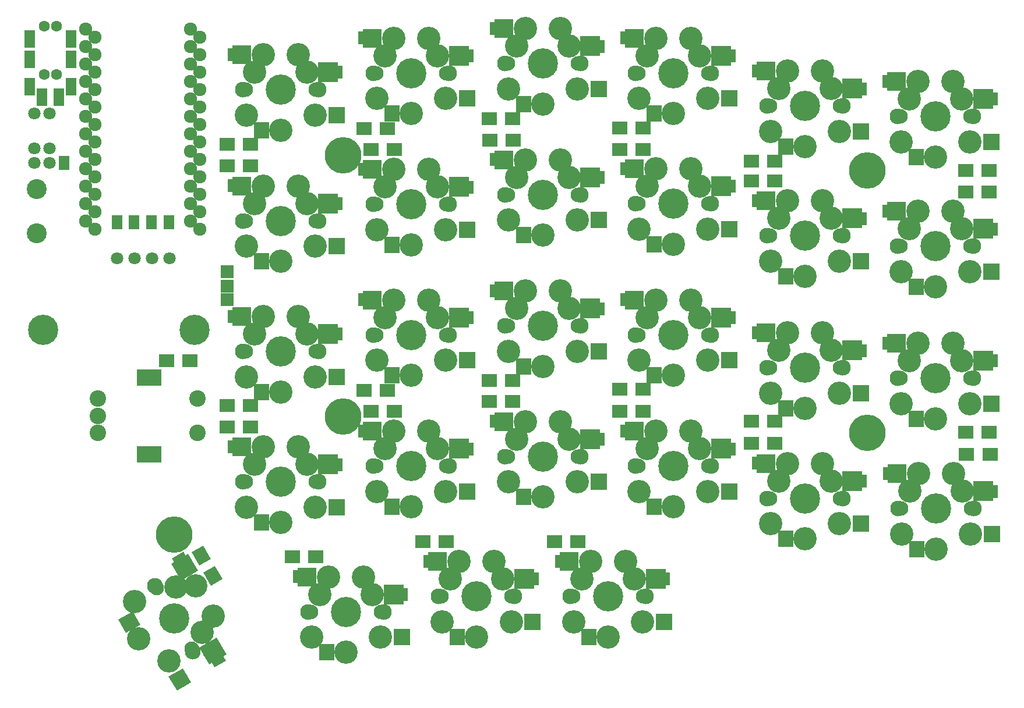
<source format=gts>
G04 #@! TF.GenerationSoftware,KiCad,Pcbnew,(5.1.4-0)*
G04 #@! TF.CreationDate,2019-08-20T18:08:48+02:00*
G04 #@! TF.ProjectId,Lily58_Pro,4c696c79-3538-45f5-9072-6f2e6b696361,rev?*
G04 #@! TF.SameCoordinates,Original*
G04 #@! TF.FileFunction,Soldermask,Top*
G04 #@! TF.FilePolarity,Negative*
%FSLAX46Y46*%
G04 Gerber Fmt 4.6, Leading zero omitted, Abs format (unit mm)*
G04 Created by KiCad (PCBNEW (5.1.4-0)) date 2019-08-20 18:08:48*
%MOMM*%
%LPD*%
G04 APERTURE LIST*
%ADD10C,1.600000*%
%ADD11R,1.600000X2.500000*%
%ADD12R,1.924000X1.924000*%
%ADD13C,1.100000*%
%ADD14C,0.100000*%
%ADD15C,3.400000*%
%ADD16C,2.800000*%
%ADD17C,2.900000*%
%ADD18C,0.500000*%
%ADD19C,2.200000*%
%ADD20C,2.400000*%
%ADD21C,4.400000*%
%ADD22C,2.300000*%
%ADD23C,2.100000*%
%ADD24R,1.100000X1.900000*%
%ADD25R,2.800000X2.800000*%
%ADD26R,2.900000X2.900000*%
%ADD27R,2.200000X2.400000*%
%ADD28R,2.400000X2.400000*%
%ADD29C,1.924000*%
%ADD30C,5.300000*%
%ADD31C,1.797000*%
%ADD32R,1.543000X1.035000*%
%ADD33R,0.781000X0.781000*%
%ADD34R,2.200000X1.900000*%
%ADD35C,1.900000*%
%ADD36R,3.600000X2.400000*%
G04 APERTURE END LIST*
D10*
X86150000Y-47800000D03*
X86150000Y-40800000D03*
D11*
X84050000Y-49600000D03*
X88250000Y-51100000D03*
X84050000Y-42600000D03*
X84050000Y-45600000D03*
D10*
X87900000Y-40800000D03*
X87900000Y-47800000D03*
D11*
X90000000Y-42600000D03*
X90000000Y-45600000D03*
X90000000Y-49600000D03*
X85800000Y-51100000D03*
D12*
X112700000Y-76500000D03*
X112700000Y-78600000D03*
X112700000Y-80600000D03*
D13*
X105816730Y-118214617D03*
D14*
G36*
X104719006Y-118213303D02*
G01*
X106364454Y-117263303D01*
X106914454Y-118215931D01*
X105269006Y-119165931D01*
X104719006Y-118213303D01*
X104719006Y-118213303D01*
G37*
D13*
X111415064Y-133111216D03*
D14*
G36*
X110317340Y-133109902D02*
G01*
X111962788Y-132159902D01*
X112512788Y-133112530D01*
X110867340Y-134062530D01*
X110317340Y-133109902D01*
X110317340Y-133109902D01*
G37*
D15*
X109104705Y-129029557D03*
D16*
X106549409Y-119523655D03*
D14*
G36*
X108461845Y-120036091D02*
G01*
X106036973Y-121436091D01*
X104636973Y-119011219D01*
X107061845Y-117611219D01*
X108461845Y-120036091D01*
X108461845Y-120036091D01*
G37*
D15*
X109104705Y-129029557D03*
X108129409Y-122260295D03*
D17*
X110649705Y-131705575D03*
D14*
G36*
X112630442Y-132236312D02*
G01*
X110118968Y-133686312D01*
X108668968Y-131174838D01*
X111180442Y-129724838D01*
X112630442Y-132236312D01*
X112630442Y-132236312D01*
G37*
D18*
X109146846Y-129022547D03*
D15*
X104295706Y-133180127D03*
D19*
X98490450Y-127525129D03*
D14*
G36*
X100079680Y-127877757D02*
G01*
X98001220Y-129077757D01*
X96901220Y-127172501D01*
X98979680Y-125972501D01*
X100079680Y-127877757D01*
X100079680Y-127877757D01*
G37*
D20*
X105845706Y-135864806D03*
D14*
G36*
X107484936Y-136304036D02*
G01*
X105406476Y-137504036D01*
X104206476Y-135425576D01*
X106284936Y-134225576D01*
X107484936Y-136304036D01*
X107484936Y-136304036D01*
G37*
D15*
X99295706Y-124519873D03*
X99890450Y-129950000D03*
D18*
X105321846Y-122397453D03*
D15*
X110669409Y-126659705D03*
D21*
X105000000Y-127000000D03*
D22*
X102250000Y-122236860D03*
X107750000Y-131763140D03*
D23*
X107540000Y-131399409D03*
X102460000Y-122600591D03*
D15*
X105294705Y-122430443D03*
D24*
X160900000Y-118650000D03*
X176600000Y-121250000D03*
D15*
X171910000Y-121210000D03*
D25*
X162400000Y-118670000D03*
D15*
X171910000Y-121210000D03*
X165560000Y-118670000D03*
D26*
X175000000Y-121209999D03*
D18*
X171925000Y-121170000D03*
D15*
X173100000Y-127450000D03*
D27*
X165300000Y-129650000D03*
D28*
X176200000Y-127450000D03*
D15*
X163100000Y-127450000D03*
X168100000Y-129650000D03*
D18*
X164275000Y-121170000D03*
D15*
X170640000Y-118670000D03*
D21*
X168100000Y-123750000D03*
D22*
X162600000Y-123750000D03*
X173600000Y-123750000D03*
D23*
X173180000Y-123750000D03*
X163020000Y-123750000D03*
D15*
X164290000Y-121209999D03*
D24*
X141800000Y-118650000D03*
X157500000Y-121250000D03*
D15*
X152810000Y-121210000D03*
D25*
X143300000Y-118670000D03*
D15*
X152810000Y-121210000D03*
X146460000Y-118670000D03*
D26*
X155900000Y-121209999D03*
D18*
X152825000Y-121170000D03*
D15*
X154000000Y-127450000D03*
D27*
X146200000Y-129650000D03*
D28*
X157100000Y-127450000D03*
D15*
X144000000Y-127450000D03*
X149000000Y-129650000D03*
D18*
X145175000Y-121170000D03*
D15*
X151540000Y-118670000D03*
D21*
X149000000Y-123750000D03*
D22*
X143500000Y-123750000D03*
X154500000Y-123750000D03*
D23*
X154080000Y-123750000D03*
X143920000Y-123750000D03*
D15*
X145190000Y-121209999D03*
D24*
X122800000Y-120900000D03*
X138500000Y-123500000D03*
D15*
X133810000Y-123460000D03*
D25*
X124300000Y-120920000D03*
D15*
X133810000Y-123460000D03*
X127460000Y-120920000D03*
D26*
X136900000Y-123459999D03*
D18*
X133825000Y-123420000D03*
D15*
X135000000Y-129700000D03*
D27*
X127200000Y-131900000D03*
D28*
X138100000Y-129700000D03*
D15*
X125000000Y-129700000D03*
X130000000Y-131900000D03*
D18*
X126175000Y-123420000D03*
D15*
X132540000Y-120920000D03*
D21*
X130000000Y-126000000D03*
D22*
X124500000Y-126000000D03*
X135500000Y-126000000D03*
D23*
X135080000Y-126000000D03*
X124920000Y-126000000D03*
D15*
X126190000Y-123459999D03*
D24*
X208550000Y-105900000D03*
X224250000Y-108500000D03*
D15*
X219560000Y-108460000D03*
D25*
X210050000Y-105920000D03*
D15*
X219560000Y-108460000D03*
X213210000Y-105920000D03*
D26*
X222650000Y-108459999D03*
D18*
X219575000Y-108420000D03*
D15*
X220750000Y-114700000D03*
D27*
X212950000Y-116900000D03*
D28*
X223850000Y-114700000D03*
D15*
X210750000Y-114700000D03*
X215750000Y-116900000D03*
D18*
X211925000Y-108420000D03*
D15*
X218290000Y-105920000D03*
D21*
X215750000Y-111000000D03*
D22*
X210250000Y-111000000D03*
X221250000Y-111000000D03*
D23*
X220830000Y-111000000D03*
X210670000Y-111000000D03*
D15*
X211940000Y-108459999D03*
D24*
X189500000Y-104400000D03*
X205200000Y-107000000D03*
D15*
X200510000Y-106960000D03*
D25*
X191000000Y-104420000D03*
D15*
X200510000Y-106960000D03*
X194160000Y-104420000D03*
D26*
X203600000Y-106959999D03*
D18*
X200525000Y-106920000D03*
D15*
X201700000Y-113200000D03*
D27*
X193900000Y-115400000D03*
D28*
X204800000Y-113200000D03*
D15*
X191700000Y-113200000D03*
X196700000Y-115400000D03*
D18*
X192875000Y-106920000D03*
D15*
X199240000Y-104420000D03*
D21*
X196700000Y-109500000D03*
D22*
X191200000Y-109500000D03*
X202200000Y-109500000D03*
D23*
X201780000Y-109500000D03*
X191620000Y-109500000D03*
D15*
X192890000Y-106959999D03*
D24*
X170400000Y-99700000D03*
X186100000Y-102300000D03*
D15*
X181410000Y-102260000D03*
D25*
X171900000Y-99720000D03*
D15*
X181410000Y-102260000D03*
X175060000Y-99720000D03*
D26*
X184500000Y-102259999D03*
D18*
X181425000Y-102220000D03*
D15*
X182600000Y-108500000D03*
D27*
X174800000Y-110700000D03*
D28*
X185700000Y-108500000D03*
D15*
X172600000Y-108500000D03*
X177600000Y-110700000D03*
D18*
X173775000Y-102220000D03*
D15*
X180140000Y-99720000D03*
D21*
X177600000Y-104800000D03*
D22*
X172100000Y-104800000D03*
X183100000Y-104800000D03*
D23*
X182680000Y-104800000D03*
X172520000Y-104800000D03*
D15*
X173790000Y-102259999D03*
D24*
X151400000Y-98300000D03*
X167100000Y-100900000D03*
D15*
X162410000Y-100860000D03*
D25*
X152900000Y-98320000D03*
D15*
X162410000Y-100860000D03*
X156060000Y-98320000D03*
D26*
X165500000Y-100859999D03*
D18*
X162425000Y-100820000D03*
D15*
X163600000Y-107100000D03*
D27*
X155800000Y-109300000D03*
D28*
X166700000Y-107100000D03*
D15*
X153600000Y-107100000D03*
X158600000Y-109300000D03*
D18*
X154775000Y-100820000D03*
D15*
X161140000Y-98320000D03*
D21*
X158600000Y-103400000D03*
D22*
X153100000Y-103400000D03*
X164100000Y-103400000D03*
D23*
X163680000Y-103400000D03*
X153520000Y-103400000D03*
D15*
X154790000Y-100859999D03*
D24*
X132300000Y-99700000D03*
X148000000Y-102300000D03*
D15*
X143310000Y-102260000D03*
D25*
X133800000Y-99720000D03*
D15*
X143310000Y-102260000D03*
X136960000Y-99720000D03*
D26*
X146400000Y-102259999D03*
D18*
X143325000Y-102220000D03*
D15*
X144500000Y-108500000D03*
D27*
X136700000Y-110700000D03*
D28*
X147600000Y-108500000D03*
D15*
X134500000Y-108500000D03*
X139500000Y-110700000D03*
D18*
X135675000Y-102220000D03*
D15*
X142040000Y-99720000D03*
D21*
X139500000Y-104800000D03*
D22*
X134000000Y-104800000D03*
X145000000Y-104800000D03*
D23*
X144580000Y-104800000D03*
X134420000Y-104800000D03*
D15*
X135690000Y-102259999D03*
D24*
X113300000Y-102000000D03*
X129000000Y-104600000D03*
D15*
X124310000Y-104560000D03*
D25*
X114800000Y-102020000D03*
D15*
X124310000Y-104560000D03*
X117960000Y-102020000D03*
D26*
X127400000Y-104559999D03*
D18*
X124325000Y-104520000D03*
D15*
X125500000Y-110800000D03*
D27*
X117700000Y-113000000D03*
D28*
X128600000Y-110800000D03*
D15*
X115500000Y-110800000D03*
X120500000Y-113000000D03*
D18*
X116675000Y-104520000D03*
D15*
X123040000Y-102020000D03*
D21*
X120500000Y-107100000D03*
D22*
X115000000Y-107100000D03*
X126000000Y-107100000D03*
D23*
X125580000Y-107100000D03*
X115420000Y-107100000D03*
D15*
X116690000Y-104559999D03*
D24*
X208500000Y-86900000D03*
X224200000Y-89500000D03*
D15*
X219510000Y-89460000D03*
D25*
X210000000Y-86920000D03*
D15*
X219510000Y-89460000D03*
X213160000Y-86920000D03*
D26*
X222600000Y-89459999D03*
D18*
X219525000Y-89420000D03*
D15*
X220700000Y-95700000D03*
D27*
X212900000Y-97900000D03*
D28*
X223800000Y-95700000D03*
D15*
X210700000Y-95700000D03*
X215700000Y-97900000D03*
D18*
X211875000Y-89420000D03*
D15*
X218240000Y-86920000D03*
D21*
X215700000Y-92000000D03*
D22*
X210200000Y-92000000D03*
X221200000Y-92000000D03*
D23*
X220780000Y-92000000D03*
X210620000Y-92000000D03*
D15*
X211890000Y-89459999D03*
D24*
X189500000Y-85400000D03*
X205200000Y-88000000D03*
D15*
X200510000Y-87960000D03*
D25*
X191000000Y-85420000D03*
D15*
X200510000Y-87960000D03*
X194160000Y-85420000D03*
D26*
X203600000Y-87959999D03*
D18*
X200525000Y-87920000D03*
D15*
X201700000Y-94200000D03*
D27*
X193900000Y-96400000D03*
D28*
X204800000Y-94200000D03*
D15*
X191700000Y-94200000D03*
X196700000Y-96400000D03*
D18*
X192875000Y-87920000D03*
D15*
X199240000Y-85420000D03*
D21*
X196700000Y-90500000D03*
D22*
X191200000Y-90500000D03*
X202200000Y-90500000D03*
D23*
X201780000Y-90500000D03*
X191620000Y-90500000D03*
D15*
X192890000Y-87959999D03*
D24*
X170400000Y-80600000D03*
X186100000Y-83200000D03*
D15*
X181410000Y-83160000D03*
D25*
X171900000Y-80620000D03*
D15*
X181410000Y-83160000D03*
X175060000Y-80620000D03*
D26*
X184500000Y-83159999D03*
D18*
X181425000Y-83120000D03*
D15*
X182600000Y-89400000D03*
D27*
X174800000Y-91600000D03*
D28*
X185700000Y-89400000D03*
D15*
X172600000Y-89400000D03*
X177600000Y-91600000D03*
D18*
X173775000Y-83120000D03*
D15*
X180140000Y-80620000D03*
D21*
X177600000Y-85700000D03*
D22*
X172100000Y-85700000D03*
X183100000Y-85700000D03*
D23*
X182680000Y-85700000D03*
X172520000Y-85700000D03*
D15*
X173790000Y-83159999D03*
D24*
X151400000Y-79300000D03*
X167100000Y-81900000D03*
D15*
X162410000Y-81860000D03*
D25*
X152900000Y-79320000D03*
D15*
X162410000Y-81860000D03*
X156060000Y-79320000D03*
D26*
X165500000Y-81859999D03*
D18*
X162425000Y-81820000D03*
D15*
X163600000Y-88100000D03*
D27*
X155800000Y-90300000D03*
D28*
X166700000Y-88100000D03*
D15*
X153600000Y-88100000D03*
X158600000Y-90300000D03*
D18*
X154775000Y-81820000D03*
D15*
X161140000Y-79320000D03*
D21*
X158600000Y-84400000D03*
D22*
X153100000Y-84400000D03*
X164100000Y-84400000D03*
D23*
X163680000Y-84400000D03*
X153520000Y-84400000D03*
D15*
X154790000Y-81859999D03*
D24*
X132300000Y-80600000D03*
X148000000Y-83200000D03*
D15*
X143310000Y-83160000D03*
D25*
X133800000Y-80620000D03*
D15*
X143310000Y-83160000D03*
X136960000Y-80620000D03*
D26*
X146400000Y-83159999D03*
D18*
X143325000Y-83120000D03*
D15*
X144500000Y-89400000D03*
D27*
X136700000Y-91600000D03*
D28*
X147600000Y-89400000D03*
D15*
X134500000Y-89400000D03*
X139500000Y-91600000D03*
D18*
X135675000Y-83120000D03*
D15*
X142040000Y-80620000D03*
D21*
X139500000Y-85700000D03*
D22*
X134000000Y-85700000D03*
X145000000Y-85700000D03*
D23*
X144580000Y-85700000D03*
X134420000Y-85700000D03*
D15*
X135690000Y-83159999D03*
D24*
X113300000Y-83000000D03*
X129000000Y-85600000D03*
D15*
X124310000Y-85560000D03*
D25*
X114800000Y-83020000D03*
D15*
X124310000Y-85560000D03*
X117960000Y-83020000D03*
D26*
X127400000Y-85559999D03*
D18*
X124325000Y-85520000D03*
D15*
X125500000Y-91800000D03*
D27*
X117700000Y-94000000D03*
D28*
X128600000Y-91800000D03*
D15*
X115500000Y-91800000D03*
X120500000Y-94000000D03*
D18*
X116675000Y-85520000D03*
D15*
X123040000Y-83020000D03*
D21*
X120500000Y-88100000D03*
D22*
X115000000Y-88100000D03*
X126000000Y-88100000D03*
D23*
X125580000Y-88100000D03*
X115420000Y-88100000D03*
D15*
X116690000Y-85559999D03*
D24*
X208500000Y-67700000D03*
X224200000Y-70300000D03*
D15*
X219510000Y-70260000D03*
D25*
X210000000Y-67720000D03*
D15*
X219510000Y-70260000D03*
X213160000Y-67720000D03*
D26*
X222600000Y-70259999D03*
D18*
X219525000Y-70220000D03*
D15*
X220700000Y-76500000D03*
D27*
X212900000Y-78700000D03*
D28*
X223800000Y-76500000D03*
D15*
X210700000Y-76500000D03*
X215700000Y-78700000D03*
D18*
X211875000Y-70220000D03*
D15*
X218240000Y-67720000D03*
D21*
X215700000Y-72800000D03*
D22*
X210200000Y-72800000D03*
X221200000Y-72800000D03*
D23*
X220780000Y-72800000D03*
X210620000Y-72800000D03*
D15*
X211890000Y-70259999D03*
D24*
X189500000Y-66200000D03*
X205200000Y-68800000D03*
D15*
X200510000Y-68760000D03*
D25*
X191000000Y-66220000D03*
D15*
X200510000Y-68760000D03*
X194160000Y-66220000D03*
D26*
X203600000Y-68759999D03*
D18*
X200525000Y-68720000D03*
D15*
X201700000Y-75000000D03*
D27*
X193900000Y-77200000D03*
D28*
X204800000Y-75000000D03*
D15*
X191700000Y-75000000D03*
X196700000Y-77200000D03*
D18*
X192875000Y-68720000D03*
D15*
X199240000Y-66220000D03*
D21*
X196700000Y-71300000D03*
D22*
X191200000Y-71300000D03*
X202200000Y-71300000D03*
D23*
X201780000Y-71300000D03*
X191620000Y-71300000D03*
D15*
X192890000Y-68759999D03*
D24*
X170400000Y-61500000D03*
X186100000Y-64100000D03*
D15*
X181410000Y-64060000D03*
D25*
X171900000Y-61520000D03*
D15*
X181410000Y-64060000D03*
X175060000Y-61520000D03*
D26*
X184500000Y-64059999D03*
D18*
X181425000Y-64020000D03*
D15*
X182600000Y-70300000D03*
D27*
X174800000Y-72500000D03*
D28*
X185700000Y-70300000D03*
D15*
X172600000Y-70300000D03*
X177600000Y-72500000D03*
D18*
X173775000Y-64020000D03*
D15*
X180140000Y-61520000D03*
D21*
X177600000Y-66600000D03*
D22*
X172100000Y-66600000D03*
X183100000Y-66600000D03*
D23*
X182680000Y-66600000D03*
X172520000Y-66600000D03*
D15*
X173790000Y-64059999D03*
D24*
X151400000Y-60200000D03*
X167100000Y-62800000D03*
D15*
X162410000Y-62760000D03*
D25*
X152900000Y-60220000D03*
D15*
X162410000Y-62760000D03*
X156060000Y-60220000D03*
D26*
X165500000Y-62759999D03*
D18*
X162425000Y-62720000D03*
D15*
X163600000Y-69000000D03*
D27*
X155800000Y-71200000D03*
D28*
X166700000Y-69000000D03*
D15*
X153600000Y-69000000D03*
X158600000Y-71200000D03*
D18*
X154775000Y-62720000D03*
D15*
X161140000Y-60220000D03*
D21*
X158600000Y-65300000D03*
D22*
X153100000Y-65300000D03*
X164100000Y-65300000D03*
D23*
X163680000Y-65300000D03*
X153520000Y-65300000D03*
D15*
X154790000Y-62759999D03*
D24*
X132300000Y-61600000D03*
X148000000Y-64200000D03*
D15*
X143310000Y-64160000D03*
D25*
X133800000Y-61620000D03*
D15*
X143310000Y-64160000D03*
X136960000Y-61620000D03*
D26*
X146400000Y-64159999D03*
D18*
X143325000Y-64120000D03*
D15*
X144500000Y-70400000D03*
D27*
X136700000Y-72600000D03*
D28*
X147600000Y-70400000D03*
D15*
X134500000Y-70400000D03*
X139500000Y-72600000D03*
D18*
X135675000Y-64120000D03*
D15*
X142040000Y-61620000D03*
D21*
X139500000Y-66700000D03*
D22*
X134000000Y-66700000D03*
X145000000Y-66700000D03*
D23*
X144580000Y-66700000D03*
X134420000Y-66700000D03*
D15*
X135690000Y-64159999D03*
D24*
X113300000Y-64000000D03*
X129000000Y-66600000D03*
D15*
X124310000Y-66560000D03*
D25*
X114800000Y-64020000D03*
D15*
X124310000Y-66560000D03*
X117960000Y-64020000D03*
D26*
X127400000Y-66559999D03*
D18*
X124325000Y-66520000D03*
D15*
X125500000Y-72800000D03*
D27*
X117700000Y-75000000D03*
D28*
X128600000Y-72800000D03*
D15*
X115500000Y-72800000D03*
X120500000Y-75000000D03*
D18*
X116675000Y-66520000D03*
D15*
X123040000Y-64020000D03*
D21*
X120500000Y-69100000D03*
D22*
X115000000Y-69100000D03*
X126000000Y-69100000D03*
D23*
X125580000Y-69100000D03*
X115420000Y-69100000D03*
D15*
X116690000Y-66559999D03*
D24*
X208500000Y-48800000D03*
X224200000Y-51400000D03*
D15*
X219510000Y-51360000D03*
D25*
X210000000Y-48820000D03*
D15*
X219510000Y-51360000D03*
X213160000Y-48820000D03*
D26*
X222600000Y-51359999D03*
D18*
X219525000Y-51320000D03*
D15*
X220700000Y-57600000D03*
D27*
X212900000Y-59800000D03*
D28*
X223800000Y-57600000D03*
D15*
X210700000Y-57600000D03*
X215700000Y-59800000D03*
D18*
X211875000Y-51320000D03*
D15*
X218240000Y-48820000D03*
D21*
X215700000Y-53900000D03*
D22*
X210200000Y-53900000D03*
X221200000Y-53900000D03*
D23*
X220780000Y-53900000D03*
X210620000Y-53900000D03*
D15*
X211890000Y-51359999D03*
D24*
X189500000Y-47300000D03*
X205200000Y-49900000D03*
D15*
X200510000Y-49860000D03*
D25*
X191000000Y-47320000D03*
D15*
X200510000Y-49860000D03*
X194160000Y-47320000D03*
D26*
X203600000Y-49859999D03*
D18*
X200525000Y-49820000D03*
D15*
X201700000Y-56100000D03*
D27*
X193900000Y-58300000D03*
D28*
X204800000Y-56100000D03*
D15*
X191700000Y-56100000D03*
X196700000Y-58300000D03*
D18*
X192875000Y-49820000D03*
D15*
X199240000Y-47320000D03*
D21*
X196700000Y-52400000D03*
D22*
X191200000Y-52400000D03*
X202200000Y-52400000D03*
D23*
X201780000Y-52400000D03*
X191620000Y-52400000D03*
D15*
X192890000Y-49859999D03*
D24*
X170400000Y-42500000D03*
X186100000Y-45100000D03*
D15*
X181410000Y-45060000D03*
D25*
X171900000Y-42520000D03*
D15*
X181410000Y-45060000D03*
X175060000Y-42520000D03*
D26*
X184500000Y-45059999D03*
D18*
X181425000Y-45020000D03*
D15*
X182600000Y-51300000D03*
D27*
X174800000Y-53500000D03*
D28*
X185700000Y-51300000D03*
D15*
X172600000Y-51300000D03*
X177600000Y-53500000D03*
D18*
X173775000Y-45020000D03*
D15*
X180140000Y-42520000D03*
D21*
X177600000Y-47600000D03*
D22*
X172100000Y-47600000D03*
X183100000Y-47600000D03*
D23*
X182680000Y-47600000D03*
X172520000Y-47600000D03*
D15*
X173790000Y-45059999D03*
D24*
X151400000Y-41110000D03*
X167100000Y-43710000D03*
D15*
X162410000Y-43670000D03*
D25*
X152900000Y-41130000D03*
D15*
X162410000Y-43670000D03*
X156060000Y-41130000D03*
D26*
X165500000Y-43669999D03*
D18*
X162425000Y-43630000D03*
D15*
X163600000Y-49910000D03*
D27*
X155800000Y-52110000D03*
D28*
X166700000Y-49910000D03*
D15*
X153600000Y-49910000D03*
X158600000Y-52110000D03*
D18*
X154775000Y-43630000D03*
D15*
X161140000Y-41130000D03*
D21*
X158600000Y-46210000D03*
D22*
X153100000Y-46210000D03*
X164100000Y-46210000D03*
D23*
X163680000Y-46210000D03*
X153520000Y-46210000D03*
D15*
X154790000Y-43669999D03*
D24*
X132300000Y-42500000D03*
X148000000Y-45100000D03*
D15*
X143310000Y-45060000D03*
D25*
X133800000Y-42520000D03*
D15*
X143310000Y-45060000D03*
X136960000Y-42520000D03*
D26*
X146400000Y-45059999D03*
D18*
X143325000Y-45020000D03*
D15*
X144500000Y-51300000D03*
D27*
X136700000Y-53500000D03*
D28*
X147600000Y-51300000D03*
D15*
X134500000Y-51300000D03*
X139500000Y-53500000D03*
D18*
X135675000Y-45020000D03*
D15*
X142040000Y-42520000D03*
D21*
X139500000Y-47600000D03*
D22*
X134000000Y-47600000D03*
X145000000Y-47600000D03*
D23*
X144580000Y-47600000D03*
X134420000Y-47600000D03*
D15*
X135690000Y-45059999D03*
D24*
X113300000Y-44900000D03*
X129000000Y-47500000D03*
D15*
X124310000Y-47460000D03*
D25*
X114800000Y-44920000D03*
D15*
X124310000Y-47460000D03*
X117960000Y-44920000D03*
D26*
X127400000Y-47459999D03*
D18*
X124325000Y-47420000D03*
D15*
X125500000Y-53700000D03*
D27*
X117700000Y-55900000D03*
D28*
X128600000Y-53700000D03*
D15*
X115500000Y-53700000D03*
X120500000Y-55900000D03*
D18*
X116675000Y-47420000D03*
D15*
X123040000Y-44920000D03*
D21*
X120500000Y-50000000D03*
D22*
X115000000Y-50000000D03*
X126000000Y-50000000D03*
D23*
X125580000Y-50000000D03*
X115420000Y-50000000D03*
D15*
X116690000Y-47459999D03*
D29*
X107420000Y-41230000D03*
X107420000Y-43770000D03*
X107420000Y-46310000D03*
X107420000Y-48850000D03*
X107420000Y-51390000D03*
X107420000Y-53930000D03*
X107420000Y-56470000D03*
X107420000Y-59010000D03*
X107420000Y-61550000D03*
X107420000Y-64090000D03*
X107420000Y-66630000D03*
X107420000Y-69170000D03*
X92180000Y-69170000D03*
X92180000Y-66630000D03*
X92180000Y-64090000D03*
X92180000Y-61550000D03*
X92180000Y-59010000D03*
X92180000Y-56470000D03*
X92180000Y-53930000D03*
X92180000Y-51390000D03*
X92180000Y-48850000D03*
X92180000Y-46310000D03*
X92180000Y-43770000D03*
X92180000Y-41230000D03*
X108718815Y-52585745D03*
X108718815Y-57665745D03*
X93478815Y-42425745D03*
X108718815Y-44965745D03*
X108718815Y-67825745D03*
X93478815Y-70365745D03*
X108718815Y-60205745D03*
X108718815Y-62745745D03*
X93478815Y-60205745D03*
X93478815Y-65285745D03*
X93478815Y-52585745D03*
X93478815Y-50045745D03*
X93478815Y-44965745D03*
X93478815Y-55125745D03*
X108718815Y-70365745D03*
X93478815Y-62745745D03*
X108718815Y-42425745D03*
X108718815Y-47505745D03*
X93478815Y-67825745D03*
X108718815Y-50045745D03*
X108718815Y-55125745D03*
X93478815Y-57665745D03*
X108718815Y-65285745D03*
X93478815Y-47505745D03*
D30*
X129600000Y-59600000D03*
X205800000Y-61800000D03*
X129600000Y-97600000D03*
X205800000Y-100000000D03*
X105000000Y-114800000D03*
D31*
X84700000Y-60700000D03*
X86900000Y-60700000D03*
X86938035Y-58579272D03*
X86938035Y-53499272D03*
X84688035Y-53499272D03*
X84688035Y-58579272D03*
D32*
X104300000Y-68799620D03*
X104300000Y-69800380D03*
X101700000Y-69800380D03*
X101700000Y-68799620D03*
X99200000Y-68799620D03*
X99200000Y-69800380D03*
X96700000Y-69800380D03*
X96700000Y-68799620D03*
D17*
X85000000Y-70950000D03*
X85000000Y-64450000D03*
D33*
X89000000Y-60700000D03*
D32*
X89000000Y-60199620D03*
X89000000Y-61200380D03*
D34*
X112700000Y-58000000D03*
X116100000Y-58000000D03*
X132600000Y-55700000D03*
X136000000Y-55700000D03*
X150800000Y-54200000D03*
X154200000Y-54200000D03*
X169800000Y-55600000D03*
X173200000Y-55600000D03*
X192300000Y-60400000D03*
X188900000Y-60400000D03*
X220100000Y-61800000D03*
X223500000Y-61800000D03*
X116100000Y-61100000D03*
X112700000Y-61100000D03*
X137000000Y-58700000D03*
X133600000Y-58700000D03*
X154300000Y-57400000D03*
X150900000Y-57400000D03*
X169800000Y-58700000D03*
X173200000Y-58700000D03*
X192300000Y-63300000D03*
X188900000Y-63300000D03*
X223500000Y-64900000D03*
X220100000Y-64900000D03*
X112700000Y-96000000D03*
X116100000Y-96000000D03*
X136000000Y-93800000D03*
X132600000Y-93800000D03*
X154200000Y-92300000D03*
X150800000Y-92300000D03*
X169800000Y-93600000D03*
X173200000Y-93600000D03*
X188900000Y-98300000D03*
X192300000Y-98300000D03*
X223500000Y-99900000D03*
X220100000Y-99900000D03*
X116100000Y-99100000D03*
X112700000Y-99100000D03*
X133600000Y-96800000D03*
X137000000Y-96800000D03*
X154200000Y-95400000D03*
X150800000Y-95400000D03*
X169800000Y-96800000D03*
X173200000Y-96800000D03*
X192300000Y-101500000D03*
X188900000Y-101500000D03*
X220200000Y-103100000D03*
X223600000Y-103100000D03*
X103900000Y-89500000D03*
X107300000Y-89500000D03*
D35*
X110650000Y-120772243D03*
D14*
G36*
X109277276Y-120294615D02*
G01*
X110922724Y-119344615D01*
X112022724Y-121249871D01*
X110377276Y-122199871D01*
X109277276Y-120294615D01*
X109277276Y-120294615D01*
G37*
D35*
X108950000Y-117827757D03*
D14*
G36*
X107577276Y-117350129D02*
G01*
X109222724Y-116400129D01*
X110322724Y-118305385D01*
X108677276Y-119255385D01*
X107577276Y-117350129D01*
X107577276Y-117350129D01*
G37*
D34*
X122200000Y-118000000D03*
X125600000Y-118000000D03*
X144600000Y-115800000D03*
X141200000Y-115800000D03*
X160300000Y-115800000D03*
X163700000Y-115800000D03*
D21*
X86000000Y-85000000D03*
X108000000Y-85000000D03*
D31*
X96700000Y-74600000D03*
X99240000Y-74600000D03*
X101780000Y-74600000D03*
X104320000Y-74600000D03*
D20*
X93900000Y-95000000D03*
X93900000Y-97500000D03*
X93900000Y-100000000D03*
D36*
X101400000Y-91900000D03*
X101400000Y-103100000D03*
D20*
X108400000Y-95000000D03*
X108400000Y-100000000D03*
M02*

</source>
